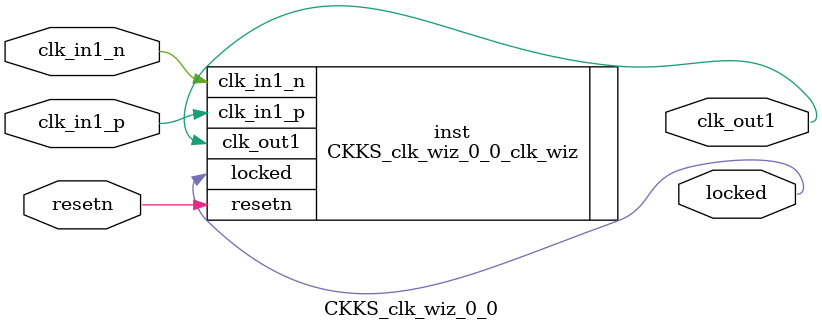
<source format=v>


`timescale 1ps/1ps

(* CORE_GENERATION_INFO = "CKKS_clk_wiz_0_0,clk_wiz_v6_0_3_0_0,{component_name=CKKS_clk_wiz_0_0,use_phase_alignment=true,use_min_o_jitter=false,use_max_i_jitter=false,use_dyn_phase_shift=false,use_inclk_switchover=false,use_dyn_reconfig=false,enable_axi=0,feedback_source=FDBK_AUTO,PRIMITIVE=MMCM,num_out_clk=1,clkin1_period=5.000,clkin2_period=10.0,use_power_down=false,use_reset=true,use_locked=true,use_inclk_stopped=false,feedback_type=SINGLE,CLOCK_MGR_TYPE=NA,manual_override=false}" *)

module CKKS_clk_wiz_0_0 
 (
  // Clock out ports
  output        clk_out1,
  // Status and control signals
  input         resetn,
  output        locked,
 // Clock in ports
  input         clk_in1_p,
  input         clk_in1_n
 );

  CKKS_clk_wiz_0_0_clk_wiz inst
  (
  // Clock out ports  
  .clk_out1(clk_out1),
  // Status and control signals               
  .resetn(resetn), 
  .locked(locked),
 // Clock in ports
  .clk_in1_p(clk_in1_p),
  .clk_in1_n(clk_in1_n)
  );

endmodule

</source>
